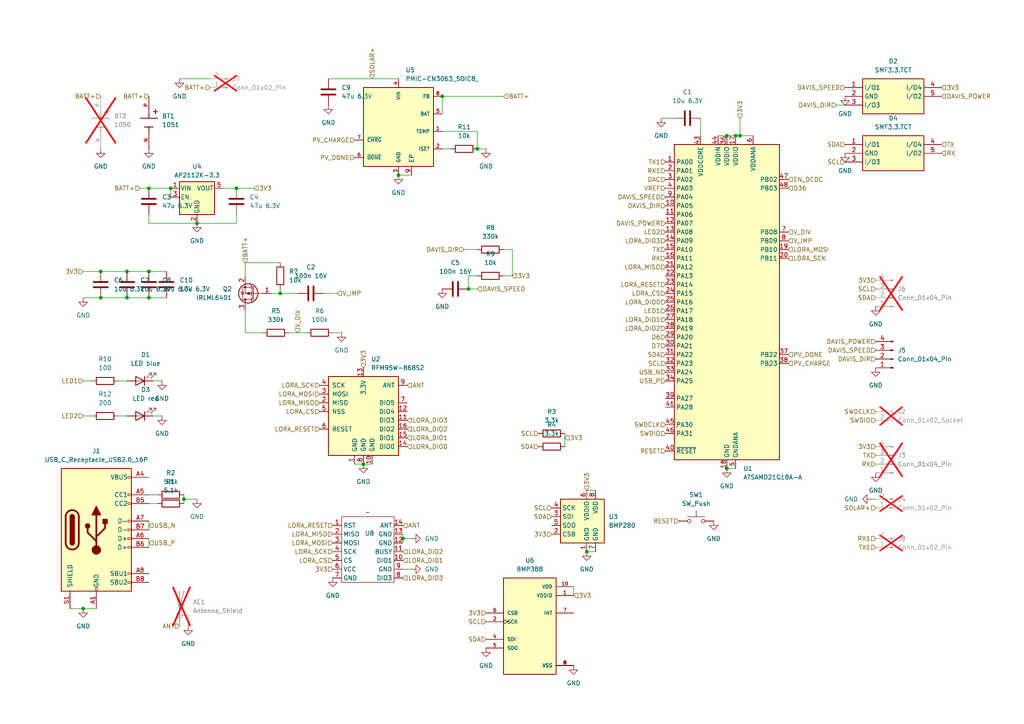
<source format=kicad_sch>
(kicad_sch (version 20231120) (generator "eeschema") (generator_version "8.0")
  (paper "A4")
  (junction (at 29.21 86.36))
  (junction (at 43.18 54.61))
  (junction (at 24.13 176.53))
  (junction (at 210.82 135.89))
  (junction (at 36.83 78.74))
  (junction (at 43.18 78.74))
  (junction (at 213.36 39.37))
  (junction (at 138.43 43.18))
  (junction (at 81.28 85.09))
  (junction (at 49.53 54.61))
  (junction (at 53.34 144.78))
  (junction (at 116.84 156.21))
  (junction (at 43.18 86.36))
  (junction (at 210.82 39.37))
  (junction (at 68.58 54.61))
  (junction (at 115.57 50.8))
  (junction (at 214.63 39.37))
  (junction (at 36.83 86.36))
  (junction (at 57.15 64.77))
  (junction (at 135.89 83.82))
  (junction (at 128.27 27.94))
  (junction (at 170.18 160.02))
  (junction (at 29.21 78.74))
  (junction (at 105.41 134.62))
  (wire (pts (xy 138.43 83.82) (xy 135.89 83.82)))
  (wire (pts (xy 43.18 86.36) (xy 48.26 86.36)))
  (wire (pts (xy 128.27 38.1) (xy 138.43 38.1)))
  (wire (pts (xy 214.63 34.29) (xy 214.63 39.37)))
  (wire (pts (xy 83.82 96.52) (xy 88.9 96.52)))
  (wire (pts (xy 43.18 54.61) (xy 49.53 54.61)))
  (wire (pts (xy 95.25 22.86) (xy 115.57 22.86)))
  (wire (pts (xy 71.12 76.2) (xy 81.28 76.2)))
  (wire (pts (xy 135.89 80.01) (xy 135.89 83.82)))
  (wire (pts (xy 163.83 125.73) (xy 163.83 129.54)))
  (wire (pts (xy 93.98 85.09) (xy 97.79 85.09)))
  (wire (pts (xy 57.15 64.77) (xy 68.58 64.77)))
  (wire (pts (xy 52.07 22.86) (xy 60.96 22.86)))
  (wire (pts (xy 49.53 54.61) (xy 49.53 57.15)))
  (wire (pts (xy 116.84 154.94) (xy 116.84 156.21)))
  (wire (pts (xy 116.84 165.1) (xy 119.38 165.1)))
  (wire (pts (xy 43.18 64.77) (xy 57.15 64.77)))
  (wire (pts (xy 102.87 134.62) (xy 105.41 134.62)))
  (wire (pts (xy 43.18 143.51) (xy 45.72 143.51)))
  (wire (pts (xy 24.13 78.74) (xy 29.21 78.74)))
  (wire (pts (xy 44.45 110.49) (xy 46.99 110.49)))
  (wire (pts (xy 203.2 34.29) (xy 203.2 39.37)))
  (wire (pts (xy 43.18 78.74) (xy 48.26 78.74)))
  (wire (pts (xy 24.13 86.36) (xy 29.21 86.36)))
  (wire (pts (xy 252.73 144.78) (xy 254 144.78)))
  (wire (pts (xy 43.18 62.23) (xy 43.18 64.77)))
  (wire (pts (xy 210.82 135.89) (xy 213.36 135.89)))
  (wire (pts (xy 34.29 120.65) (xy 36.83 120.65)))
  (wire (pts (xy 64.77 54.61) (xy 68.58 54.61)))
  (wire (pts (xy 128.27 27.94) (xy 128.27 33.02)))
  (wire (pts (xy 34.29 110.49) (xy 36.83 110.49)))
  (wire (pts (xy 40.64 54.61) (xy 43.18 54.61)))
  (wire (pts (xy 134.62 72.39) (xy 138.43 72.39)))
  (wire (pts (xy 81.28 85.09) (xy 86.36 85.09)))
  (wire (pts (xy 71.12 90.17) (xy 71.12 96.52)))
  (wire (pts (xy 115.57 50.8) (xy 119.38 50.8)))
  (wire (pts (xy 146.05 72.39) (xy 148.59 72.39)))
  (wire (pts (xy 116.84 156.21) (xy 119.38 156.21)))
  (wire (pts (xy 138.43 80.01) (xy 135.89 80.01)))
  (wire (pts (xy 29.21 86.36) (xy 36.83 86.36)))
  (wire (pts (xy 128.27 43.18) (xy 130.81 43.18)))
  (wire (pts (xy 43.18 146.05) (xy 45.72 146.05)))
  (wire (pts (xy 43.18 151.13) (xy 43.18 153.67)))
  (wire (pts (xy 36.83 86.36) (xy 43.18 86.36)))
  (wire (pts (xy 148.59 72.39) (xy 148.59 80.01)))
  (wire (pts (xy 36.83 78.74) (xy 43.18 78.74)))
  (wire (pts (xy 53.34 144.78) (xy 53.34 146.05)))
  (wire (pts (xy 44.45 120.65) (xy 46.99 120.65)))
  (wire (pts (xy 208.28 39.37) (xy 210.82 39.37)))
  (wire (pts (xy 213.36 39.37) (xy 214.63 39.37)))
  (wire (pts (xy 24.13 176.53) (xy 27.94 176.53)))
  (wire (pts (xy 20.32 176.53) (xy 24.13 176.53)))
  (wire (pts (xy 105.41 134.62) (xy 107.95 134.62)))
  (wire (pts (xy 53.34 143.51) (xy 53.34 144.78)))
  (wire (pts (xy 24.13 110.49) (xy 26.67 110.49)))
  (wire (pts (xy 195.58 34.29) (xy 191.77 34.29)))
  (wire (pts (xy 128.27 27.94) (xy 146.05 27.94)))
  (wire (pts (xy 71.12 80.01) (xy 71.12 76.2)))
  (wire (pts (xy 53.34 144.78) (xy 57.15 144.78)))
  (wire (pts (xy 81.28 83.82) (xy 81.28 85.09)))
  (wire (pts (xy 68.58 54.61) (xy 73.66 54.61)))
  (wire (pts (xy 99.06 96.52) (xy 96.52 96.52)))
  (wire (pts (xy 78.74 85.09) (xy 81.28 85.09)))
  (wire (pts (xy 166.37 170.18) (xy 166.37 172.72)))
  (wire (pts (xy 170.18 142.24) (xy 172.72 142.24)))
  (wire (pts (xy 214.63 39.37) (xy 218.44 39.37)))
  (wire (pts (xy 116.84 156.21) (xy 116.84 157.48)))
  (wire (pts (xy 68.58 64.77) (xy 68.58 62.23)))
  (wire (pts (xy 146.05 80.01) (xy 148.59 80.01)))
  (wire (pts (xy 138.43 38.1) (xy 138.43 43.18)))
  (wire (pts (xy 242.57 30.48) (xy 245.11 30.48)))
  (wire (pts (xy 140.97 43.18) (xy 138.43 43.18)))
  (wire (pts (xy 210.82 39.37) (xy 213.36 39.37)))
  (wire (pts (xy 76.2 96.52) (xy 71.12 96.52)))
  (wire (pts (xy 170.18 160.02) (xy 172.72 160.02)))
  (wire (pts (xy 43.18 156.21) (xy 43.18 158.75)))
  (wire (pts (xy 29.21 78.74) (xy 36.83 78.74)))
  (wire (pts (xy 24.13 120.65) (xy 26.67 120.65)))
  (hierarchical_label "D6" (shape input) (at 193.04 97.79 180))
  (hierarchical_label "3V3" (shape input) (at 254 129.54 180))
  (hierarchical_label "LORA_MISO" (shape input) (at 193.04 77.47 180))
  (hierarchical_label "SDA" (shape input) (at 193.04 102.87 180))
  (hierarchical_label "SDA" (shape input) (at 254 86.36 180))
  (hierarchical_label "3V3" (shape input) (at 24.13 78.74 180))
  (hierarchical_label "3V3" (shape input) (at 166.37 172.72 0))
  (hierarchical_label "LED2" (shape input) (at 24.13 120.65 180))
  (hierarchical_label "LORA_DIO2" (shape input) (at 193.04 95.25 180))
  (hierarchical_label "LORA_MOSI" (shape input) (at 228.6 72.39 0))
  (hierarchical_label "V_DIV" (shape input) (at 228.6 67.31 0))
  (hierarchical_label "LED1" (shape input) (at 24.13 110.49 180))
  (hierarchical_label "LORA_RESET" (shape input) (at 193.04 82.55 180))
  (hierarchical_label "LORA_DIO2" (shape input) (at 118.11 124.46 0))
  (hierarchical_label "BATT+" (shape input) (at 40.64 54.61 180))
  (hierarchical_label "SCL" (shape input) (at 245.11 46.99 180))
  (hierarchical_label "3V3" (shape input) (at 105.41 106.68 90))
  (hierarchical_label "3V3" (shape input) (at 163.83 127 0))
  (hierarchical_label "SWDIO" (shape input) (at 193.04 125.73 180))
  (hierarchical_label "SCL" (shape input) (at 193.04 105.41 180))
  (hierarchical_label "RESET" (shape input) (at 193.04 130.81 180))
  (hierarchical_label "BATT+" (shape input) (at 71.12 76.2 90))
  (hierarchical_label "USB_N" (shape input) (at 43.18 152.4 0))
  (hierarchical_label "LED1" (shape input) (at 193.04 90.17 180))
  (hierarchical_label "LORA_MISO" (shape input) (at 96.52 154.94 180))
  (hierarchical_label "RESET" (shape input) (at 196.85 151.13 180))
  (hierarchical_label "TX" (shape input) (at 273.05 41.91 0))
  (hierarchical_label "DAVIS_DIR" (shape input) (at 254 104.14 180))
  (hierarchical_label "RX" (shape input) (at 273.05 44.45 0))
  (hierarchical_label "3V3" (shape input) (at 148.59 80.01 0))
  (hierarchical_label "LORA_DIO3" (shape input) (at 116.84 167.64 0))
  (hierarchical_label "3V3" (shape input) (at 73.66 54.61 0))
  (hierarchical_label "SDA" (shape input) (at 245.11 41.91 180))
  (hierarchical_label "SWDIO" (shape input) (at 254 121.92 180))
  (hierarchical_label "LORA_DIO1" (shape input) (at 193.04 92.71 180))
  (hierarchical_label "LORA_DIO2" (shape input) (at 116.84 160.02 0))
  (hierarchical_label "3V3" (shape input) (at 273.05 25.4 0))
  (hierarchical_label "LORA_CS" (shape input) (at 193.04 85.09 180))
  (hierarchical_label "SCL" (shape input) (at 254 83.82 180))
  (hierarchical_label "LORA_DIO3" (shape input) (at 118.11 121.92 0))
  (hierarchical_label "LORA_SCK" (shape input) (at 96.52 160.02 180))
  (hierarchical_label "TX" (shape input) (at 254 132.08 180))
  (hierarchical_label "LORA_DIO1" (shape input) (at 116.84 162.56 0))
  (hierarchical_label "USB_P" (shape input) (at 193.04 110.49 180))
  (hierarchical_label "ANT" (shape input) (at 118.11 111.76 0))
  (hierarchical_label "LORA_DIO3" (shape input) (at 193.04 69.85 180))
  (hierarchical_label "LORA_CS" (shape input) (at 92.71 119.38 180))
  (hierarchical_label "TX1" (shape input) (at 193.04 46.99 180))
  (hierarchical_label "DAVIS_SPEED" (shape input) (at 138.43 83.82 0))
  (hierarchical_label "RX" (shape input) (at 254 134.62 180))
  (hierarchical_label "LORA_MOSI" (shape input) (at 96.52 157.48 180))
  (hierarchical_label "DAVIS_POWER" (shape input) (at 193.04 64.77 180))
  (hierarchical_label "SDA" (shape input) (at 140.97 185.42 180))
  (hierarchical_label "BATT+" (shape input) (at 146.05 27.94 0))
  (hierarchical_label "LORA_DIO1" (shape input) (at 118.11 127 0))
  (hierarchical_label "3V3" (shape input) (at 96.52 165.1 180))
  (hierarchical_label "3V3" (shape input) (at 140.97 177.8 180))
  (hierarchical_label "D7" (shape input) (at 193.04 100.33 180))
  (hierarchical_label "TX" (shape input) (at 193.04 72.39 180))
  (hierarchical_label "DAVIS_SPEED" (shape input) (at 245.11 25.4 180))
  (hierarchical_label "LORA_DIO0" (shape input) (at 193.04 87.63 180))
  (hierarchical_label "LORA_RESET" (shape input) (at 96.52 152.4 180))
  (hierarchical_label "EN_DCDC" (shape input) (at 228.6 52.07 0))
  (hierarchical_label "ANT" (shape input) (at 52.07 181.61 180))
  (hierarchical_label "LORA_MOSI" (shape input) (at 92.71 114.3 180))
  (hierarchical_label "RX1" (shape input) (at 193.04 49.53 180))
  (hierarchical_label "DAC" (shape input) (at 193.04 52.07 180))
  (hierarchical_label "DAVIS_SPEED" (shape input) (at 193.04 57.15 180))
  (hierarchical_label "SDA" (shape input) (at 156.21 129.54 180))
  (hierarchical_label "3V3" (shape input) (at 160.02 154.94 180))
  (hierarchical_label "BATT+" (shape input) (at 29.21 27.94 180))
  (hierarchical_label "SCL" (shape input) (at 160.02 147.32 180))
  (hierarchical_label "PV_DONE" (shape input) (at 228.6 102.87 0))
  (hierarchical_label "USB_P" (shape input) (at 43.18 157.48 0))
  (hierarchical_label "3V3" (shape input) (at 254 81.28 180))
  (hierarchical_label "D36" (shape input) (at 228.6 54.61 0))
  (hierarchical_label "USB_N" (shape input) (at 193.04 107.95 180))
  (hierarchical_label "SWDCLK" (shape input) (at 254 119.38 180))
  (hierarchical_label "DAVIS_POWER" (shape input) (at 254 99.06 180))
  (hierarchical_label "3V3" (shape input) (at 214.63 34.29 90))
  (hierarchical_label "DAVIS_DIR" (shape input) (at 193.04 59.69 180))
  (hierarchical_label "VREF" (shape input) (at 193.04 54.61 180))
  (hierarchical_label "DAVIS_DIR" (shape input) (at 242.57 30.48 180))
  (hierarchical_label "RX" (shape input) (at 193.04 74.93 180))
  (hierarchical_label "TX1" (shape input) (at 254 158.75 180))
  (hierarchical_label "DAVIS_POWER" (shape input) (at 273.05 27.94 0))
  (hierarchical_label "DAVIS_DIR" (shape input) (at 134.62 72.39 180))
  (hierarchical_label "LORA_SCK" (shape input) (at 92.71 111.76 180))
  (hierarchical_label "PV_CHARGE" (shape input) (at 228.6 105.41 0))
  (hierarchical_label "SOLAR+" (shape input) (at 107.95 22.86 90))
  (hierarchical_label "3V3" (shape input) (at 170.18 142.24 90))
  (hierarchical_label "BATT+" (shape input) (at 60.96 25.4 180))
  (hierarchical_label "SCL" (shape input) (at 156.21 125.73 180))
  (hierarchical_label "LORA_CS" (shape input) (at 96.52 162.56 180))
  (hierarchical_label "V_IMP" (shape input) (at 97.79 85.09 0))
  (hierarchical_label "RX1" (shape input) (at 254 156.21 180))
  (hierarchical_label "PV_DONE" (shape input) (at 102.87 45.72 180))
  (hierarchical_label "DAVIS_SPEED" (shape input) (at 254 101.6 180))
  (hierarchical_label "SCL" (shape input) (at 140.97 180.34 180))
  (hierarchical_label "SDA" (shape input) (at 160.02 149.86 180))
  (hierarchical_label "LORA_DIO0" (shape input) (at 118.11 129.54 0))
  (hierarchical_label "PV_CHARGE" (shape input) (at 102.87 40.64 180))
  (hierarchical_label "LED2" (shape input) (at 193.04 67.31 180))
  (hierarchical_label "ANT" (shape input) (at 116.84 152.4 0))
  (hierarchical_label "SOLAR+" (shape input) (at 254 147.32 180))
  (hierarchical_label "V_DIV" (shape input) (at 86.36 96.52 90))
  (hierarchical_label "LORA_MISO" (shape input) (at 92.71 116.84 180))
  (hierarchical_label "SWDCLK" (shape input) (at 193.04 123.19 180))
  (hierarchical_label "LORA_RESET" (shape input) (at 92.71 124.46 180))
  (hierarchical_label "V_IMP" (shape input) (at 228.6 69.85 0))
  (hierarchical_label "BATT+" (shape input) (at 43.18 27.94 180))
  (hierarchical_label "LORA_SCK" (shape input) (at 228.6 74.93 0))
  (symbol (lib_id "power:GND") (at 254 137.16 0) (unit 1)
    (property "Reference" "#PWR019" (effects (hide yes)))
    (property "Value" "GND" (at 254 142.24 0))
    (property "Description" "Power symbol creates a global label with name \"GND\" , ground" (effects (hide yes)))
  )
  (symbol (lib_id "Device:LED") (at 40.64 110.49 180) (unit 1)
    (property "Reference" "D1" (at 42.2275 102.87 0))
    (property "Value" "LED blue" (at 42.2275 105.41 0))
    (property "Footprint" "LED_SMD:LED_0603_1608Metric" (effects (hide yes)))
    (property "Description" "Light emitting diode" (effects (hide yes)))
    (property "LCSC" "C72041" (effects (hide yes)))
  )
  (symbol (lib_id "power:GND") (at 245.11 44.45 0) (unit 1)
    (property "Reference" "#PWR026" (effects (hide yes)))
    (property "Value" "GND" (at 245.11 49.53 0))
    (property "Description" "Power symbol creates a global label with name \"GND\" , ground" (effects (hide yes)))
  )
  (symbol (lib_id "power:GND") (at 96.52 167.64 0) (unit 1)
    (property "Reference" "#PWR030" (effects (hide yes)))
    (property "Value" "GND" (at 96.52 172.72 0))
    (property "Description" "Power symbol creates a global label with name \"GND\" , ground" (effects (hide yes)))
  )
  (symbol (lib_id "Device:C") (at 43.18 82.55 180) (unit 1)
    (property "Reference" "C8" (at 46.99 81.2799 0) (effects (justify right)))
    (property "Value" "10u 6.3V" (at 46.99 83.8199 0) (effects (justify right)))
    (property "Footprint" "Capacitor_SMD:C_0402_1005Metric" (effects (hide yes)))
    (property "Description" "Unpolarized capacitor" (effects (hide yes)))
    (property "LCSC" "C15525" (effects (hide yes)))
  )
  (symbol (lib_id "power:GND") (at 166.37 193.04 0) (unit 1)
    (property "Reference" "#PWR027" (effects (hide yes)))
    (property "Value" "GND" (at 166.37 198.12 0))
    (property "Description" "Power symbol creates a global label with name \"GND\" , ground" (effects (hide yes)))
  )
  (symbol (lib_id "SMF3_3_TCT:SMF3.3.TCT") (at 245.11 25.4 0) (unit 1)
    (property "Reference" "D2" (at 259.08 17.78 0))
    (property "Value" "SMF3.3.TCT" (at 259.08 20.32 0))
    (property "Footprint" "footprints_flo:SOT65P210X110-5N" (effects (hide yes)))
    (property "Datasheet" "https://datasheet.datasheetarchive.com/originals/distributors/DKDS-37/728685.pdf" (effects (hide yes)))
    (property "Description" "SEMTECH - SMF3.3.TCT - DIODE, TVS, 3.3V" (effects (hide yes)))
    (property "Height" "1.1" (effects (hide yes)))
    (property "Manufacturer_Name" "SEMTECH" (effects (hide yes)))
    (property "Manufacturer_Part_Number" "SMF3.3.TCT" (effects (hide yes)))
    (property "Mouser Part Number" "947-SMF3.3.TCT" (effects (hide yes)))
    (property "Mouser Price/Stock" "https://www.mouser.co.uk/ProductDetail/Semtech/SMF3.3.TCT?qs=rBWM4%252BvDhIdD37q4e%252BFKDA%3D%3D" (effects (hide yes)))
    (property "Arrow Part Number" "SMF3.3.TCT" (effects (hide yes)))
    (property "Arrow Price/Stock" "https://www.arrow.com/en/products/smf3.3.tct/semtech?region=nac" (effects (hide yes)))
    (property "LCSC" "C4355034" (effects (hide yes)))
  )
  (symbol (lib_id "Device:R") (at 142.24 72.39 270) (unit 1)
    (property "Reference" "R8" (at 142.24 66.04 90))
    (property "Value" "330k" (at 142.24 68.58 90))
    (property "Footprint" "Resistor_SMD:R_0402_1005Metric" (effects (hide yes)))
    (property "Description" "Resistor" (effects (hide yes)))
    (property "LCSC" "C25778" (effects (hide yes)))
  )
  (symbol (lib_id "Connector:Conn_01x04_Pin") (at 259.08 104.14 180) (unit 1)
    (property "Reference" "J5" (at 260.35 101.5999 0) (effects (justify right)))
    (property "Value" "Conn_01x04_Pin" (at 260.35 104.1399 0) (effects (justify right)))
    (property "Footprint" "Connector_JST:JST_PH_B4B-PH-K_1x04_P2.00mm_Vertical" (effects (hide yes)))
    (property "Description" "Generic connector, single row, 01x04, script generated" (effects (hide yes)))
  )
  (symbol (lib_id "Device:C") (at 29.21 82.55 180) (unit 1)
    (property "Reference" "C6" (at 33.02 81.2799 0) (effects (justify right)))
    (property "Value" "10u 6.3V" (at 33.02 83.8199 0) (effects (justify right)))
    (property "Footprint" "Capacitor_SMD:C_0402_1005Metric" (effects (hide yes)))
    (property "Description" "Unpolarized capacitor" (effects (hide yes)))
    (property "LCSC" "C15525" (effects (hide yes)))
  )
  (symbol (lib_id "Device:R") (at 30.48 110.49 90) (unit 1)
    (property "Reference" "R10" (at 30.48 104.14 90))
    (property "Value" "100" (at 30.48 106.68 90))
    (property "Footprint" "Resistor_SMD:R_0402_1005Metric" (effects (hide yes)))
    (property "Description" "Resistor" (effects (hide yes)))
    (property "LCSC" "C25076" (effects (hide yes)))
  )
  (symbol (lib_id "power:GND") (at 57.15 144.78 0) (unit 1)
    (property "Reference" "#PWR04" (effects (hide yes)))
    (property "Value" "GND" (at 57.15 149.86 0))
    (property "Description" "Power symbol creates a global label with name \"GND\" , ground" (effects (hide yes)))
  )
  (symbol (lib_id "Device:C") (at 68.58 58.42 180) (unit 1)
    (property "Reference" "C4" (at 72.39 57.1499 0) (effects (justify right)))
    (property "Value" "47u 6.3V" (at 72.39 59.6899 0) (effects (justify right)))
    (property "Footprint" "Capacitor_SMD:C_0805_2012Metric" (effects (hide yes)))
    (property "Description" "Unpolarized capacitor" (effects (hide yes)))
    (property "LCSC" "C16780" (effects (hide yes)))
  )
  (symbol (lib_id "power:GND") (at 115.57 50.8 0) (unit 1)
    (property "Reference" "#PWR014" (effects (hide yes)))
    (property "Value" "GND" (at 115.57 55.88 0))
    (property "Description" "Power symbol creates a global label with name \"GND\" , ground" (effects (hide yes)))
  )
  (symbol (lib_id "Device:R") (at 80.01 96.52 90) (unit 1)
    (property "Reference" "R5" (at 80.01 90.17 90))
    (property "Value" "330k" (at 80.01 92.71 90))
    (property "Footprint" "Resistor_SMD:R_0402_1005Metric" (effects (hide yes)))
    (property "Description" "Resistor" (effects (hide yes)))
    (property "LCSC" "C25778" (effects (hide yes)))
  )
  (symbol (lib_id "power:GND") (at 46.99 120.65 0) (unit 1)
    (property "Reference" "#PWR025" (effects (hide yes)))
    (property "Value" "GND" (at 46.99 125.73 0))
    (property "Description" "Power symbol creates a global label with name \"GND\" , ground" (effects (hide yes)))
  )
  (symbol (lib_id "Device:LED") (at 40.64 120.65 180) (unit 1)
    (property "Reference" "D3" (at 42.2275 113.03 0))
    (property "Value" "LED red" (at 42.2275 115.57 0))
    (property "Footprint" "LED_SMD:LED_0603_1608Metric" (effects (hide yes)))
    (property "Description" "Light emitting diode" (effects (hide yes)))
    (property "LCSC" "C2286" (effects (hide yes)))
  )
  (symbol (lib_id "power:GND") (at 95.25 30.48 0) (unit 1)
    (property "Reference" "#PWR016" (effects (hide yes)))
    (property "Value" "GND" (at 95.25 35.56 0))
    (property "Description" "Power symbol creates a global label with name \"GND\" , ground" (effects (hide yes)))
  )
  (symbol (lib_id "Connector:Conn_01x04_Pin") (at 259.08 134.62 180) (unit 1) (dnp yes)
    (property "Reference" "J3" (at 260.35 132.0799 0) (effects (justify right)))
    (property "Value" "Conn_01x04_Pin" (at 260.35 134.6199 0) (effects (justify right)))
    (property "Footprint" "Connector_JST:JST_PH_B4B-PH-K_1x04_P2.00mm_Vertical" (effects (hide yes)))
    (property "Description" "Generic connector, single row, 01x04, script generated" (effects (hide yes)))
  )
  (symbol (lib_id "Device:Antenna_Shield") (at 52.07 176.53 0) (unit 1) (dnp yes)
    (property "Reference" "AE1" (at 55.88 174.6249 0) (effects (justify left)))
    (property "Value" "Antenna_Shield" (at 55.88 177.1649 0) (effects (justify left)))
    (property "Footprint" "LoRa:sma_edge_6.5mm_vert" (effects (hide yes)))
    (property "Description" "Antenna with extra pin for shielding" (effects (hide yes)))
  )
  (symbol (lib_id "Device:R") (at 30.48 120.65 90) (unit 1)
    (property "Reference" "R12" (at 30.48 114.3 90))
    (property "Value" "200" (at 30.48 116.84 90))
    (property "Footprint" "Resistor_SMD:R_0402_1005Metric" (effects (hide yes)))
    (property "Description" "Resistor" (effects (hide yes)))
    (property "LCSC" "C25087" (effects (hide yes)))
  )
  (symbol (lib_id "Sensor_Pressure:BMP280") (at 170.18 152.4 0) (unit 1)
    (property "Reference" "U3" (at 176.53 149.8599 0) (effects (justify left)))
    (property "Value" "BMP280" (at 176.53 152.3999 0) (effects (justify left)))
    (property "Footprint" "Package_LGA:Bosch_LGA-8_2x2.5mm_P0.65mm_ClockwisePinNumbering" (effects (hide yes)))
    (property "Datasheet" "https://ae-bst.resource.bosch.com/media/_tech/media/datasheets/BST-BMP280-DS001.pdf" (effects (hide yes)))
    (property "Description" "Absolute Barometric Pressure Sensor, LGA-8" (effects (hide yes)))
    (property "LCSC" "C83291" (effects (hide yes)))
  )
  (symbol (lib_id "Connector:USB_C_Receptacle_USB2.0_16P") (at 27.94 153.67 0) (unit 1)
    (property "Reference" "J1" (at 27.94 130.81 0))
    (property "Value" "USB_C_Receptacle_USB2.0_16P" (at 27.94 133.35 0))
    (property "Footprint" "Connector_USB:USB_C_Receptacle_G-Switch_GT-USB-7010ASV" (effects (hide yes)))
    (property "Datasheet" "https://www.usb.org/sites/default/files/documents/usb_type-c.zip" (effects (hide yes)))
    (property "Description" "USB 2.0-only 16P Type-C Receptacle connector" (effects (hide yes)))
    (property "LCSC" "C5187468" (effects (hide yes)))
  )
  (symbol (lib_id "power:GND") (at 210.82 135.89 0) (unit 1)
    (property "Reference" "#PWR02" (effects (hide yes)))
    (property "Value" "GND" (at 210.82 140.97 0))
    (property "Description" "Power symbol creates a global label with name \"GND\" , ground" (effects (hide yes)))
  )
  (symbol (lib_id "SMF3_3_TCT:SMF3.3.TCT") (at 245.11 41.91 0) (unit 1)
    (property "Reference" "D4" (at 259.08 34.29 0))
    (property "Value" "SMF3.3.TCT" (at 259.08 36.83 0))
    (property "Footprint" "footprints_flo:SOT65P210X110-5N" (effects (hide yes)))
    (property "Datasheet" "https://datasheet.datasheetarchive.com/originals/distributors/DKDS-37/728685.pdf" (effects (hide yes)))
    (property "Description" "SEMTECH - SMF3.3.TCT - DIODE, TVS, 3.3V" (effects (hide yes)))
    (property "Height" "1.1" (effects (hide yes)))
    (property "Manufacturer_Name" "SEMTECH" (effects (hide yes)))
    (property "Manufacturer_Part_Number" "SMF3.3.TCT" (effects (hide yes)))
    (property "Mouser Part Number" "947-SMF3.3.TCT" (effects (hide yes)))
    (property "Mouser Price/Stock" "https://www.mouser.co.uk/ProductDetail/Semtech/SMF3.3.TCT?qs=rBWM4%252BvDhIdD37q4e%252BFKDA%3D%3D" (effects (hide yes)))
    (property "Arrow Part Number" "SMF3.3.TCT" (effects (hide yes)))
    (property "Arrow Price/Stock" "https://www.arrow.com/en/products/smf3.3.tct/semtech?region=nac" (effects (hide yes)))
    (property "LCSC" "C4355034" (effects (hide yes)))
  )
  (symbol (lib_id "power:GND") (at 119.38 156.21 90) (unit 1)
    (property "Reference" "#PWR031" (effects (hide yes)))
    (property "Value" "GND" (at 123.19 156.2099 90) (effects (justify right)))
    (property "Description" "Power symbol creates a global label with name \"GND\" , ground" (effects (hide yes)))
  )
  (symbol (lib_id "Device:C") (at 95.25 26.67 180) (unit 1)
    (property "Reference" "C9" (at 99.06 25.3999 0) (effects (justify right)))
    (property "Value" "47u 6.3V" (at 99.06 27.9399 0) (effects (justify right)))
    (property "Footprint" "Capacitor_SMD:C_0805_2012Metric" (effects (hide yes)))
    (property "Description" "Unpolarized capacitor" (effects (hide yes)))
    (property "LCSC" "C16780" (effects (hide yes)))
  )
  (symbol (lib_id "power:GND") (at 245.11 27.94 0) (unit 1)
    (property "Reference" "#PWR024" (effects (hide yes)))
    (property "Value" "GND" (at 245.11 33.02 0))
    (property "Description" "Power symbol creates a global label with name \"GND\" , ground" (effects (hide yes)))
  )
  (symbol (lib_id "power:GND") (at 24.13 86.36 0) (unit 1)
    (property "Reference" "#PWR010" (effects (hide yes)))
    (property "Value" "GND" (at 24.13 91.44 0))
    (property "Description" "Power symbol creates a global label with name \"GND\" , ground" (effects (hide yes)))
  )
  (symbol (lib_id "power:GND") (at 46.99 110.49 0) (unit 1)
    (property "Reference" "#PWR011" (effects (hide yes)))
    (property "Value" "GND" (at 46.99 115.57 0))
    (property "Description" "Power symbol creates a global label with name \"GND\" , ground" (effects (hide yes)))
  )
  (symbol (lib_id "Connector:Conn_01x02_Pin") (at 259.08 158.75 180) (unit 1) (dnp yes)
    (property "Reference" "J8" (at 260.35 156.2099 0) (effects (justify right)))
    (property "Value" "Conn_01x02_Pin" (at 260.35 158.7499 0) (effects (justify right)))
    (property "Footprint" "general:SolderJumper-2_Open_Gap1mm" (effects (hide yes)))
    (property "Description" "Generic connector, single row, 01x02, script generated" (effects (hide yes)))
  )
  (symbol (lib_id "Device:R") (at 134.62 43.18 90) (unit 1)
    (property "Reference" "R11" (at 134.62 36.83 90))
    (property "Value" "10k" (at 134.62 39.37 90))
    (property "Footprint" "Resistor_SMD:R_0402_1005Metric" (effects (hide yes)))
    (property "Description" "Resistor" (effects (hide yes)))
    (property "LCSC" "C25744" (effects (hide yes)))
  )
  (symbol (lib_id "Device:C") (at 36.83 82.55 180) (unit 1)
    (property "Reference" "C7" (at 40.64 81.2799 0) (effects (justify right)))
    (property "Value" "10u 6.3V" (at 40.64 83.8199 0) (effects (justify right)))
    (property "Footprint" "Capacitor_SMD:C_0402_1005Metric" (effects (hide yes)))
    (property "Description" "Unpolarized capacitor" (effects (hide yes)))
    (property "LCSC" "C15525" (effects (hide yes)))
  )
  (symbol (lib_id "Device:C") (at 90.17 85.09 90) (unit 1)
    (property "Reference" "C2" (at 90.17 77.47 90))
    (property "Value" "100n 16V" (at 90.17 80.01 90))
    (property "Footprint" "Capacitor_SMD:C_0402_1005Metric" (effects (hide yes)))
    (property "Description" "Unpolarized capacitor" (effects (hide yes)))
    (property "LCSC" "C1525" (effects (hide yes)))
  )
  (symbol (lib_id "power:GND") (at 207.01 151.13 0) (unit 1)
    (property "Reference" "#PWR012" (effects (hide yes)))
    (property "Value" "GND" (at 207.01 156.21 0))
    (property "Description" "Power symbol creates a global label with name \"GND\" , ground" (effects (hide yes)))
  )
  (symbol (lib_id "Device:R") (at 49.53 146.05 90) (unit 1)
    (property "Reference" "R1" (at 49.53 139.7 90))
    (property "Value" "5.1k" (at 49.53 142.24 90))
    (property "Footprint" "Resistor_SMD:R_0402_1005Metric" (effects (hide yes)))
    (property "Description" "Resistor" (effects (hide yes)))
    (property "LCSC" "C25905" (effects (hide yes)))
  )
  (symbol (lib_id "power:GND") (at 170.18 160.02 0) (unit 1)
    (property "Reference" "#PWR06" (effects (hide yes)))
    (property "Value" "GND" (at 170.18 165.1 0))
    (property "Description" "Power symbol creates a global label with name \"GND\" , ground" (effects (hide yes)))
  )
  (symbol (lib_id "MCU_Microchip_SAMD:ATSAMD21G18A-A") (at 210.82 87.63 0) (unit 1)
    (property "Reference" "U1" (at 215.5541 135.89 0) (effects (justify left)))
    (property "Value" "ATSAMD21G18A-A" (at 215.5541 138.43 0) (effects (justify left)))
    (property "Footprint" "Package_QFP:TQFP-48_7x7mm_P0.5mm" (effects (hide yes)))
    (property "Datasheet" "http://ww1.microchip.com/downloads/en/DeviceDoc/SAM_D21_DA1_Family_Data%20Sheet_DS40001882E.pdf" (effects (hide yes)))
    (property "Description" "SAM D21 Microchip SMART ARM-based Flash MCU, 48Mhz, 256K Flash, 32K SRAM, TQFP-48" (effects (hide yes)))
    (property "LCSC" "C78624" (effects (hide yes)))
  )
  (symbol (lib_id "Regulator_Linear:AP2112K-3.3") (at 57.15 57.15 0) (unit 1)
    (property "Reference" "U4" (at 57.15 48.26 0))
    (property "Value" "AP2112K-3.3" (at 57.15 50.8 0))
    (property "Footprint" "Package_TO_SOT_SMD:SOT-23-5" (effects (hide yes)))
    (property "Datasheet" "https://www.diodes.com/assets/Datasheets/AP2112.pdf" (effects (hide yes)))
    (property "Description" "600mA low dropout linear regulator, with enable pin, 3.8V-6V input voltage range, 3.3V fixed positive output, SOT-23-5" (effects (hide yes)))
    (property "LCSC" "C51118" (effects (hide yes)))
  )
  (symbol (lib_id "power:GND") (at 54.61 181.61 0) (unit 1)
    (property "Reference" "#PWR013" (effects (hide yes)))
    (property "Value" "GND" (at 54.61 186.69 0))
    (property "Description" "Power symbol creates a global label with name \"GND\" , ground" (effects (hide yes)))
  )
  (symbol (lib_id "power:GND") (at 99.06 96.52 0) (unit 1)
    (property "Reference" "#PWR07" (effects (hide yes)))
    (property "Value" "GND" (at 99.06 101.6 0))
    (property "Description" "Power symbol creates a global label with name \"GND\" , ground" (effects (hide yes)))
  )
  (symbol (lib_id "power:GND") (at 254 106.68 0) (unit 1)
    (property "Reference" "#PWR020" (effects (hide yes)))
    (property "Value" "GND" (at 254 111.76 0))
    (property "Description" "Power symbol creates a global label with name \"GND\" , ground" (effects (hide yes)))
  )
  (symbol (lib_id "1051:1051") (at 43.18 35.56 270) (unit 1)
    (property "Reference" "BT1" (at 46.99 33.6549 90) (effects (justify left)))
    (property "Value" "1051" (at 46.99 36.1949 90) (effects (justify left)))
    (property "Footprint" "footprints_flo:BAT_1051" (effects (hide yes)))
    (property "MF" "Keystone Electronics" (effects (hide yes)))
    (property "MAXIMUM_PACKAGE_HEIGHT" "15.49mm" (effects (hide yes)))
    (property "Package" "NON STANDARD-3 Keystone" (effects (hide yes)))
    (property "Price" "None" (effects (hide yes)))
    (property "Check_prices" "https://www.snapeda.com/parts/1051/Keystone/view-part/?ref=eda" (effects (hide yes)))
    (property "STANDARD" "Manufacturer Recommendations" (effects (hide yes)))
    (property "PARTREV" "A" (effects (hide yes)))
    (property "SnapEDA_Link" "https://www.snapeda.com/parts/1051/Keystone/view-part/?ref=snap" (effects (hide yes)))
    (property "MP" "1051" (effects (hide yes)))
    (property "Description_1" "\n                        \n                            THM Battery Holder for CR123A Cell | Keystone Electronics 1051\n                        \n" (effects (hide yes)))
    (property "MANUFACTURER" "Keystone" (effects (hide yes)))
    (property "Availability" "In Stock" (effects (hide yes)))
    (property "SNAPEDA_PN" "1129" (effects (hide yes)))
  )
  (symbol (lib_id "BMP388:BMP388") (at 153.67 182.88 0) (unit 1)
    (property "Reference" "U6" (at 153.67 162.56 0))
    (property "Value" "BMP388" (at 153.67 165.1 0))
    (property "Footprint" "footprints_flo:PQFN50P200X200X80-10N" (effects (hide yes)))
    (property "MF" "Bosch Sensortec" (effects (hide yes)))
    (property "Description_1" "\n                        \n                            Pressure Sensor 4.35PSI ~ 18.13PSI (30kPa ~ 125kPa) Absolute - - 10-WFLGA\n                        \n" (effects (hide yes)))
    (property "Package" "WFLGA-10 Bosch Tools" (effects (hide yes)))
    (property "Price" "None" (effects (hide yes)))
    (property "Check_prices" "https://www.snapeda.com/parts/BMP388/Bosch/view-part/?ref=eda" (effects (hide yes)))
    (property "STANDARD" "IPC 7351B" (effects (hide yes)))
    (property "PARTREV" "1.1" (effects (hide yes)))
    (property "SnapEDA_Link" "https://www.snapeda.com/parts/BMP388/Bosch/view-part/?ref=snap" (effects (hide yes)))
    (property "MP" "BMP388" (effects (hide yes)))
    (property "Availability" "In Stock" (effects (hide yes)))
    (property "MANUFACTURER" "BOSCH" (effects (hide yes)))
    (property "LCSC" "C779278" (effects (hide yes)))
  )
  (symbol (lib_id "Connector:Conn_01x02_Socket") (at 259.08 119.38 0) (unit 1) (dnp yes)
    (property "Reference" "J2" (at 260.35 119.3799 0) (effects (justify left)))
    (property "Value" "Conn_01x02_Socket" (at 260.35 121.9199 0) (effects (justify left)))
    (property "Footprint" "Connector_PinHeader_1.00mm:PinHeader_1x02_P1.00mm_Vertical" (effects (hide yes)))
    (property "Description" "Generic connector, single row, 01x02, script generated" (effects (hide yes)))
  )
  (symbol (lib_id "RF_Module:RFM95W-868S2") (at 105.41 119.38 0) (unit 1)
    (property "Reference" "U2" (at 107.6041 104.14 0) (effects (justify left)))
    (property "Value" "RFM95W-868S2" (at 107.6041 106.68 0) (effects (justify left)))
    (property "Footprint" "RF_Module:HOPERF_RFM9XW_SMD" (effects (hide yes)))
    (property "Datasheet" "https://www.hoperf.com/data/upload/portal/20181127/5bfcbea20e9ef.pdf" (effects (hide yes)))
    (property "Description" "Low power long range transceiver module, SPI and parallel interface, 868 MHz, spreading factor 6 to12, bandwidth 7.8 to 500kHz, -111 to -148 dBm, SMD-16, DIP-16" (effects (hide yes)))
    (property "LCSC" "C2844472" (effects (hide yes)))
  )
  (symbol (lib_id "Device:R") (at 160.02 125.73 90) (unit 1)
    (property "Reference" "R3" (at 160.02 119.38 90))
    (property "Value" "3.3k" (at 160.02 121.92 90))
    (property "Footprint" "Resistor_SMD:R_0402_1005Metric" (effects (hide yes)))
    (property "Description" "Resistor" (effects (hide yes)))
    (property "LCSC" "C25890" (effects (hide yes)))
  )
  (symbol (lib_id "PMIC-CN3063_SOIC8_:PMIC-CN3063_SOIC8_") (at 115.57 33.02 0) (unit 1)
    (property "Reference" "U5" (at 117.5894 20.32 0) (effects (justify left)))
    (property "Value" "PMIC-CN3063_SOIC8_" (at 117.5894 22.86 0) (effects (justify left)))
    (property "Footprint" "Package_SO:Infineon_PG-DSO-8-43" (effects (hide yes)))
    (property "MF" "Consonance" (effects (hide yes)))
    (property "Description_1" "\n                        \n                            The CN3063 is a complete constant-current /constant voltage linear charger for single cell Li-ion and Li Polymer rech...\n                        \n" (effects (hide yes)))
    (property "Package" "None" (effects (hide yes)))
    (property "MPN" "CN3063" (effects (hide yes)))
    (property "Price" "None" (effects (hide yes)))
    (property "VALUE" "CN3063-SOIC8" (effects (hide yes)))
    (property "SnapEDA_Link" "https://www.snapeda.com/parts/CN3063/Consonance/view-part/?ref=snap" (effects (hide yes)))
    (property "MP" "CN3063" (effects (hide yes)))
    (property "Availability" "In Stock" (effects (hide yes)))
    (property "Check_prices" "https://www.snapeda.com/parts/CN3063/Consonance/view-part/?ref=eda" (effects (hide yes)))
    (property "LCSC" "C28078" (effects (hide yes)))
  )
  (symbol (lib_id "power:GND") (at 43.18 43.18 0) (unit 1)
    (property "Reference" "#PWR017" (effects (hide yes)))
    (property "Value" "GND" (at 43.18 48.26 0))
    (property "Description" "Power symbol creates a global label with name \"GND\" , ground" (effects (hide yes)))
  )
  (symbol (lib_id "Device:R") (at 81.28 80.01 0) (unit 1)
    (property "Reference" "R7" (at 83.82 78.7399 0) (effects (justify left)))
    (property "Value" "10k" (at 83.82 81.2799 0) (effects (justify left)))
    (property "Footprint" "Resistor_SMD:R_0402_1005Metric" (effects (hide yes)))
    (property "Description" "Resistor" (effects (hide yes)))
    (property "LCSC" "C25744" (effects (hide yes)))
  )
  (symbol (lib_id "power:GND") (at 140.97 187.96 0) (unit 1)
    (property "Reference" "#PWR028" (effects (hide yes)))
    (property "Value" "GND" (at 140.97 193.04 0))
    (property "Description" "Power symbol creates a global label with name \"GND\" , ground" (effects (hide yes)))
  )
  (symbol (lib_id "LoRa:vollgo_vgdd79s868n0s1") (at 106.68 158.75 0) (unit 1)
    (property "Reference" "U8" (at 107.188 154.686 0))
    (property "Value" "~" (at 106.68 148.59 0))
    (property "Footprint" "LoRa:vollgo_vgdd79s868n0s1" (effects (hide yes)))
  )
  (symbol (lib_id "Device:R") (at 160.02 129.54 90) (unit 1)
    (property "Reference" "R4" (at 160.02 123.19 90))
    (property "Value" "3.3k" (at 160.02 125.73 90))
    (property "Footprint" "Resistor_SMD:R_0402_1005Metric" (effects (hide yes)))
    (property "Description" "Resistor" (effects (hide yes)))
    (property "LCSC" "C25890" (effects (hide yes)))
  )
  (symbol (lib_id "power:GND") (at 29.21 43.18 0) (unit 1)
    (property "Reference" "#PWR023" (effects (hide yes)))
    (property "Value" "GND" (at 29.21 48.26 0))
    (property "Description" "Power symbol creates a global label with name \"GND\" , ground" (effects (hide yes)))
  )
  (symbol (lib_id "power:GND") (at 52.07 22.86 0) (unit 1)
    (property "Reference" "#PWR022" (effects (hide yes)))
    (property "Value" "GND" (at 52.07 27.94 0))
    (property "Description" "Power symbol creates a global label with name \"GND\" , ground" (effects (hide yes)))
  )
  (symbol (lib_id "1050:1050") (at 29.21 35.56 270) (unit 1) (dnp yes)
    (property "Reference" "BT3" (at 33.02 33.6549 90) (effects (justify left)))
    (property "Value" "1050" (at 33.02 36.1949 90) (effects (justify left)))
    (property "Footprint" "footprints_flo:BAT_1050" (effects (hide yes)))
    (property "MF" "Keystone Electronics" (effects (hide yes)))
    (property "MAXIMUM_PACKAGE_HEIGHT" "15.48mm" (effects (hide yes)))
    (property "Package" "NON STANDARD-3 Keystone" (effects (hide yes)))
    (property "Price" "None" (effects (hide yes)))
    (property "Check_prices" "https://www.snapeda.com/parts/1050/Keystone/view-part/?ref=eda" (effects (hide yes)))
    (property "STANDARD" "Manufacturer Recommendations" (effects (hide yes)))
    (property "PARTREV" "B" (effects (hide yes)))
    (property "SnapEDA_Link" "https://www.snapeda.com/parts/1050/Keystone/view-part/?ref=snap" (effects (hide yes)))
    (property "MP" "1050" (effects (hide yes)))
    (property "Description_1" "\n                        \n                            SMT Battery Holder for CR123A Cell | Keystone Electronics 1050\n                        \n" (effects (hide yes)))
    (property "MANUFACTURER" "Keystone Electronics" (effects (hide yes)))
    (property "Availability" "In Stock" (effects (hide yes)))
    (property "SNAPEDA_PN" "1050" (effects (hide yes)))
    (property "LCSC" "C19184081" (effects (hide yes)))
  )
  (symbol (lib_id "Connector:Conn_01x04_Pin") (at 259.08 86.36 180) (unit 1) (dnp yes)
    (property "Reference" "J6" (at 260.35 83.8199 0) (effects (justify right)))
    (property "Value" "Conn_01x04_Pin" (at 260.35 86.3599 0) (effects (justify right)))
    (property "Footprint" "Connector_JST:JST_PH_B4B-PH-K_1x04_P2.00mm_Vertical" (effects (hide yes)))
    (property "Description" "Generic connector, single row, 01x04, script generated" (effects (hide yes)))
  )
  (symbol (lib_id "Device:R") (at 49.53 143.51 90) (unit 1)
    (property "Reference" "R2" (at 49.53 137.16 90))
    (property "Value" "5.1k" (at 49.53 139.7 90))
    (property "Footprint" "Resistor_SMD:R_0402_1005Metric" (effects (hide yes)))
    (property "Description" "Resistor" (effects (hide yes)))
    (property "LCSC" "C25905" (effects (hide yes)))
  )
  (symbol (lib_id "power:GND") (at 128.27 83.82 0) (unit 1)
    (property "Reference" "#PWR09" (effects (hide yes)))
    (property "Value" "GND" (at 128.27 88.9 0))
    (property "Description" "Power symbol creates a global label with name \"GND\" , ground" (effects (hide yes)))
  )
  (symbol (lib_id "Switch:SW_Push") (at 201.93 151.13 0) (unit 1)
    (property "Reference" "SW1" (at 201.93 143.51 0))
    (property "Value" "SW_Push" (at 201.93 146.05 0))
    (property "Footprint" "Button_Switch_SMD:SW_SPST_PTS810" (effects (hide yes)))
    (property "Description" "Push button switch, generic, two pins" (effects (hide yes)))
    (property "LCSC" "C116501" (effects (hide yes)))
  )
  (symbol (lib_id "Device:C") (at 199.39 34.29 90) (unit 1)
    (property "Reference" "C1" (at 199.39 26.67 90))
    (property "Value" "10u 6.3V" (at 199.39 29.21 90))
    (property "Footprint" "Capacitor_SMD:C_0402_1005Metric" (effects (hide yes)))
    (property "Description" "Unpolarized capacitor" (effects (hide yes)))
    (property "LCSC" "C15525" (effects (hide yes)))
  )
  (symbol (lib_id "power:GND") (at 140.97 43.18 0) (unit 1)
    (property "Reference" "#PWR015" (effects (hide yes)))
    (property "Value" "GND" (at 140.97 48.26 0))
    (property "Description" "Power symbol creates a global label with name \"GND\" , ground" (effects (hide yes)))
  )
  (symbol (lib_id "power:GND") (at 119.38 165.1 90) (unit 1)
    (property "Reference" "#PWR032" (effects (hide yes)))
    (property "Value" "GND" (at 123.19 165.0999 90) (effects (justify right)))
    (property "Description" "Power symbol creates a global label with name \"GND\" , ground" (effects (hide yes)))
  )
  (symbol (lib_id "Connector:Conn_01x02_Pin") (at 66.04 25.4 180) (unit 1) (dnp yes)
    (property "Reference" "J7" (at 67.31 22.8599 0) (effects (justify right)))
    (property "Value" "Conn_01x02_Pin" (at 67.31 25.3999 0) (effects (justify right)))
    (property "Footprint" "Connector_JST:JST_PH_B2B-PH-K_1x02_P2.00mm_Vertical" (effects (hide yes)))
    (property "Description" "Generic connector, single row, 01x02, script generated" (effects (hide yes)))
  )
  (symbol (lib_id "Device:C") (at 132.08 83.82 270) (unit 1)
    (property "Reference" "C5" (at 132.08 76.2 90))
    (property "Value" "100n 16V" (at 132.08 78.74 90))
    (property "Footprint" "Capacitor_SMD:C_0402_1005Metric" (effects (hide yes)))
    (property "Description" "Unpolarized capacitor" (effects (hide yes)))
    (property "LCSC" "C1525" (effects (hide yes)))
  )
  (symbol (lib_id "Transistor_FET:IRLML6401") (at 73.66 85.09 180) (unit 1)
    (property "Reference" "Q2" (at 67.31 83.8199 0) (effects (justify left)))
    (property "Value" "IRLML6401" (at 67.31 86.3599 0) (effects (justify left)))
    (property "Footprint" "Package_TO_SOT_SMD:SOT-23" (effects (hide yes)))
    (property "Datasheet" "https://www.infineon.com/dgdl/irlml6401pbf.pdf?fileId=5546d462533600a401535668b96d2634" (effects (hide yes)))
    (property "Description" "-4.3A Id, -12V Vds, 50mOhm Rds, P-Channel HEXFET Power MOSFET, SOT-23" (effects (hide yes)))
  )
  (symbol (lib_id "power:GND") (at 252.73 144.78 270) (unit 1)
    (property "Reference" "#PWR018" (effects (hide yes)))
    (property "Value" "GND" (at 248.92 144.7799 90) (effects (justify right)))
    (property "Description" "Power symbol creates a global label with name \"GND\" , ground" (effects (hide yes)))
  )
  (symbol (lib_id "power:GND") (at 105.41 134.62 0) (unit 1)
    (property "Reference" "#PWR05" (effects (hide yes)))
    (property "Value" "GND" (at 105.41 139.7 0))
    (property "Description" "Power symbol creates a global label with name \"GND\" , ground" (effects (hide yes)))
  )
  (symbol (lib_id "Device:R") (at 92.71 96.52 90) (unit 1)
    (property "Reference" "R6" (at 92.71 90.17 90))
    (property "Value" "100k" (at 92.71 92.71 90))
    (property "Footprint" "Resistor_SMD:R_0402_1005Metric" (effects (hide yes)))
    (property "Description" "Resistor" (effects (hide yes)))
    (property "LCSC" "C25741" (effects (hide yes)))
  )
  (symbol (lib_id "Device:R") (at 142.24 80.01 270) (unit 1)
    (property "Reference" "R9" (at 142.24 73.66 90))
    (property "Value" "10k" (at 142.24 76.2 90))
    (property "Footprint" "Resistor_SMD:R_0402_1005Metric" (effects (hide yes)))
    (property "Description" "Resistor" (effects (hide yes)))
    (property "LCSC" "C25744" (effects (hide yes)))
  )
  (symbol (lib_id "Connector:Conn_01x02_Pin") (at 259.08 147.32 180) (unit 1) (dnp yes)
    (property "Reference" "J4" (at 260.35 144.7799 0) (effects (justify right)))
    (property "Value" "Conn_01x02_Pin" (at 260.35 147.3199 0) (effects (justify right)))
    (property "Footprint" "Connector_JST:JST_PH_B2B-PH-K_1x02_P2.00mm_Vertical" (effects (hide yes)))
    (property "Description" "Generic connector, single row, 01x02, script generated" (effects (hide yes)))
  )
  (symbol (lib_id "Device:C") (at 43.18 58.42 180) (unit 1)
    (property "Reference" "C3" (at 46.99 57.1499 0) (effects (justify right)))
    (property "Value" "47u 6.3V" (at 46.99 59.6899 0) (effects (justify right)))
    (property "Footprint" "Capacitor_SMD:C_0805_2012Metric" (effects (hide yes)))
    (property "Description" "Unpolarized capacitor" (effects (hide yes)))
    (property "LCSC" "C16780" (effects (hide yes)))
  )
  (symbol (lib_id "power:GND") (at 24.13 176.53 0) (unit 1)
    (property "Reference" "#PWR03" (effects (hide yes)))
    (property "Value" "GND" (at 24.13 181.61 0))
    (property "Description" "Power symbol creates a global label with name \"GND\" , ground" (effects (hide yes)))
  )
  (symbol (lib_id "Device:C") (at 48.26 82.55 180) (unit 1)
    (property "Reference" "C10" (at 52.07 81.2799 0) (effects (justify right)))
    (property "Value" "10u 6.3V" (at 52.07 83.8199 0) (effects (justify right)))
    (property "Footprint" "Capacitor_SMD:C_0402_1005Metric" (effects (hide yes)))
    (property "Description" "Unpolarized capacitor" (effects (hide yes)))
    (property "LCSC" "C15525" (effects (hide yes)))
  )
  (symbol (lib_id "power:GND") (at 254 88.9 0) (unit 1)
    (property "Reference" "#PWR021" (effects (hide yes)))
    (property "Value" "GND" (at 254 93.98 0))
    (property "Description" "Power symbol creates a global label with name \"GND\" , ground" (effects (hide yes)))
  )
  (symbol (lib_id "power:GND") (at 57.15 64.77 0) (unit 1)
    (property "Reference" "#PWR08" (effects (hide yes)))
    (property "Value" "GND" (at 57.15 69.85 0))
    (property "Description" "Power symbol creates a global label with name \"GND\" , ground" (effects (hide yes)))
  )
  (symbol (lib_id "power:GND") (at 191.77 34.29 0) (unit 1)
    (property "Reference" "#PWR01" (effects (hide yes)))
    (property "Value" "GND" (at 191.77 39.37 0))
    (property "Description" "Power symbol creates a global label with name \"GND\" , ground" (effects (hide yes)))
  )
)
</source>
